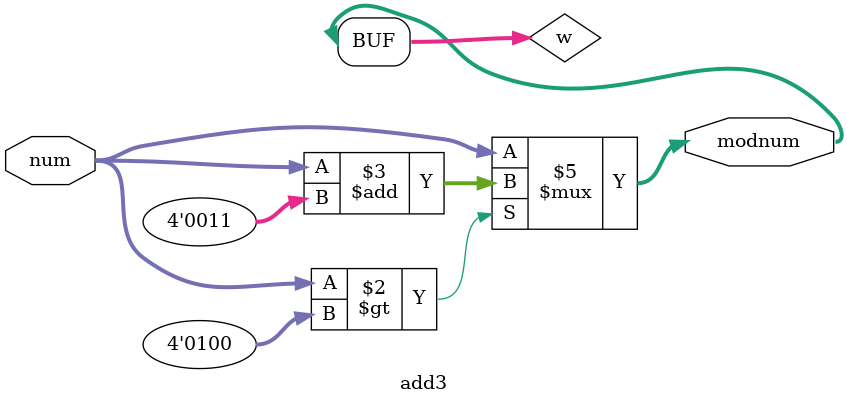
<source format=sv>
`timescale 1ns / 1ps


module add3(
    input [3:0] num,
    output [3:0] modnum
    );
    
    reg [3:0] w;
    
    always @* begin
    if (num > 4'b0100)  
        w = num + 4'b0011;
    else
        w = num;
    end
    
    assign modnum = w;
        
endmodule

</source>
